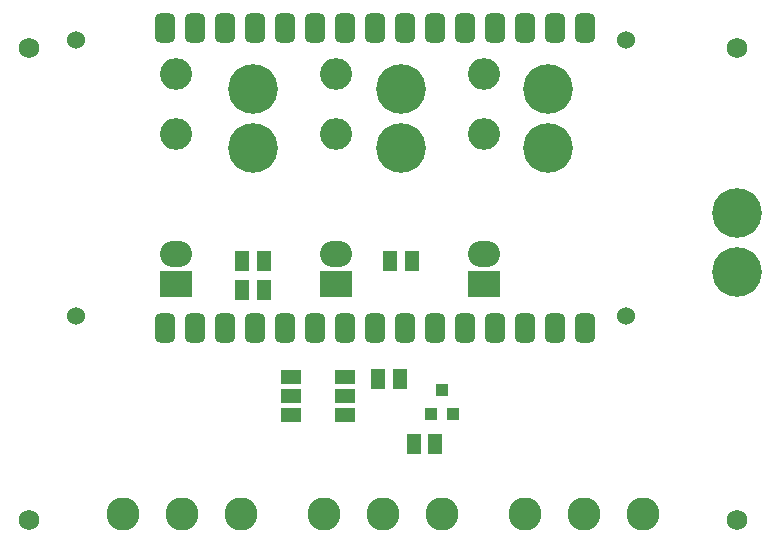
<source format=gts>
G04*
G04 #@! TF.GenerationSoftware,Altium Limited,CircuitMaker,2.2.0 (2.2.0.5)*
G04*
G04 Layer_Color=20142*
%FSLAX25Y25*%
%MOIN*%
G70*
G04*
G04 #@! TF.SameCoordinates,81B0039B-3CC0-4BB0-BBFD-AD45440123D6*
G04*
G04*
G04 #@! TF.FilePolarity,Negative*
G04*
G01*
G75*
%ADD16R,0.04934X0.06509*%
%ADD17R,0.03950X0.04343*%
%ADD18R,0.06706X0.04737*%
%ADD19R,0.10642X0.08674*%
%ADD20O,0.10642X0.08674*%
%ADD21O,0.10642X0.10642*%
G04:AMPARAMS|DCode=22|XSize=68mil|YSize=98mil|CornerRadius=19mil|HoleSize=0mil|Usage=FLASHONLY|Rotation=0.000|XOffset=0mil|YOffset=0mil|HoleType=Round|Shape=RoundedRectangle|*
%AMROUNDEDRECTD22*
21,1,0.06800,0.06000,0,0,0.0*
21,1,0.03000,0.09800,0,0,0.0*
1,1,0.03800,0.01500,-0.03000*
1,1,0.03800,-0.01500,-0.03000*
1,1,0.03800,-0.01500,0.03000*
1,1,0.03800,0.01500,0.03000*
%
%ADD22ROUNDEDRECTD22*%
%ADD23C,0.06000*%
%ADD24C,0.16548*%
%ADD25C,0.11036*%
%ADD26C,0.06800*%
D16*
X246358Y163386D02*
D03*
X253642D02*
D03*
X234547Y185039D02*
D03*
X241831D02*
D03*
X245768Y224410D02*
D03*
X238484D02*
D03*
X196555D02*
D03*
X189272D02*
D03*
Y214567D02*
D03*
X196555D02*
D03*
D17*
X252165Y173228D02*
D03*
X259646D02*
D03*
X255906Y181102D02*
D03*
D18*
X205512Y172835D02*
D03*
Y179134D02*
D03*
Y185433D02*
D03*
X223622D02*
D03*
Y179134D02*
D03*
Y172835D02*
D03*
D19*
X269685Y216535D02*
D03*
X167323D02*
D03*
X220472D02*
D03*
D20*
X269685Y226535D02*
D03*
X167323D02*
D03*
X220472D02*
D03*
D21*
X269685Y266535D02*
D03*
Y286535D02*
D03*
X167323Y266535D02*
D03*
Y286535D02*
D03*
X220472Y266535D02*
D03*
Y286535D02*
D03*
D22*
X303386Y301969D02*
D03*
X293386D02*
D03*
X283386D02*
D03*
X273386D02*
D03*
X263386D02*
D03*
X253386D02*
D03*
X243386D02*
D03*
X233386D02*
D03*
X223386D02*
D03*
X213386D02*
D03*
X203386D02*
D03*
X193386D02*
D03*
X183386D02*
D03*
X163386D02*
D03*
X303386Y201969D02*
D03*
X293386D02*
D03*
X283386D02*
D03*
X273386D02*
D03*
X263386D02*
D03*
X253386D02*
D03*
X243386D02*
D03*
X233386D02*
D03*
X223386D02*
D03*
X213386D02*
D03*
X203386D02*
D03*
X193386D02*
D03*
X183386D02*
D03*
X173386D02*
D03*
X163386D02*
D03*
X173386Y301969D02*
D03*
D23*
X133858Y297953D02*
D03*
Y205984D02*
D03*
X317165D02*
D03*
Y297953D02*
D03*
D24*
X354331Y220472D02*
D03*
Y240158D02*
D03*
X291339Y281496D02*
D03*
Y261811D02*
D03*
X242126Y281496D02*
D03*
Y261811D02*
D03*
X192913Y281496D02*
D03*
Y261811D02*
D03*
D25*
X322835Y139764D02*
D03*
X303150D02*
D03*
X283465D02*
D03*
X188976D02*
D03*
X169291D02*
D03*
X149606D02*
D03*
X255906D02*
D03*
X236221D02*
D03*
X216535D02*
D03*
D26*
X118110Y295276D02*
D03*
Y137795D02*
D03*
X354331D02*
D03*
Y295276D02*
D03*
M02*

</source>
